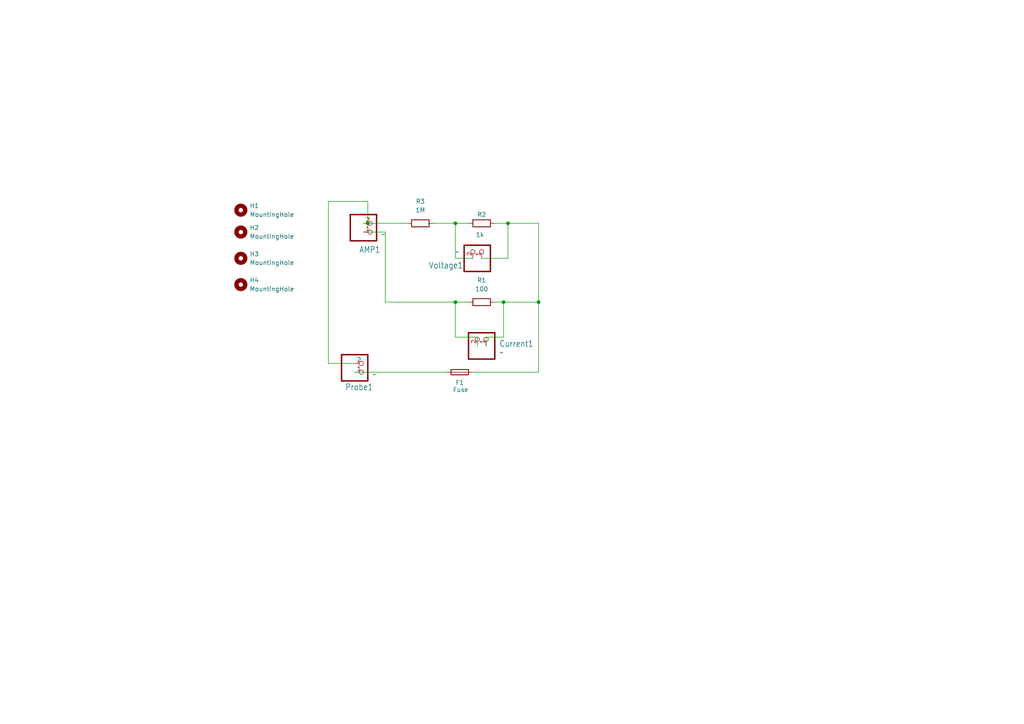
<source format=kicad_sch>
(kicad_sch (version 20231120) (generator "eeschema") (generator_version "8.0")
  (paper "A4")
  (lib_symbols
    (symbol "Device:Fuse" (pin_numbers hide) (pin_names (offset 0))
      (property "Reference" "F" (at 2.032 0 90))
      (property "Value" "Fuse" (at -1.905 0 90))
      (symbol "Fuse_0_1"
        (rectangle (start -0.762 -2.54) (end 0.762 2.54) (stroke (width 0.254)))
        (polyline (pts (xy 0 2.54) (xy 0 -2.54)))
      )
      (symbol "Fuse_1_1"
        (pin passive line (at 0 3.81 270) (length 1.27) (name "~") (number "1"))
        (pin passive line (at 0 -3.81 90) (length 1.27) (name "~") (number "2"))
      )
    )
    (symbol "Device:R" (pin_numbers hide) (pin_names (offset 0))
      (property "Reference" "R" (at 2.032 0 90))
      (property "Value" "R" (at 0 0 90))
      (symbol "R_0_1"
        (rectangle (start -1.016 -2.54) (end 1.016 2.54) (stroke (width 0.254)))
      )
      (symbol "R_1_1"
        (pin passive line (at 0 3.81 270) (length 1.27) (name "~") (number "1"))
        (pin passive line (at 0 -3.81 90) (length 1.27) (name "~") (number "2"))
      )
    )
    (symbol "Mechanical:MountingHole" (pin_names (offset 1.016)) (exclude_from_sim yes) (in_bom no)
      (property "Reference" "H" (at 0 5.08 0))
      (property "Value" "MountingHole" (at 0 3.175 0))
      (symbol "MountingHole_0_1"
        (circle (center 0 0) (radius 1.27) (stroke (width 1.27)))
      )
    )
    (symbol "adafruit:JST_2PIN-SMT"
      (property "Reference" "CN" (at -6.35 5.715 0))
      (symbol "JST_2PIN-SMT_1_0"
        (polyline (pts (xy -6.35 -2.54) (xy 1.27 -2.54)) (stroke (width 0.4064)))
        (polyline (pts (xy -6.35 5.08) (xy -6.35 -2.54)) (stroke (width 0.4064)))
        (polyline (pts (xy 1.27 -2.54) (xy 1.27 5.08)) (stroke (width 0.4064)))
        (polyline (pts (xy 1.27 5.08) (xy -6.35 5.08)) (stroke (width 0.4064)))
        (pin passive inverted (at -2.54 0 0) (length 2.54) (name "2") (number "1"))
        (pin passive inverted (at -2.54 2.54 0) (length 2.54) (name "1") (number "2"))
      )
    )
  )
  (junction (at 132.08 87.63))
  (junction (at 156.21 87.63))
  (junction (at 146.05 87.63))
  (junction (at 106.68 64.77))
  (junction (at 132.08 64.77))
  (junction (at 147.32 64.77))
  (wire (pts (xy 143.51 64.77) (xy 147.32 64.77)))
  (wire (pts (xy 102.87 107.95) (xy 129.54 107.95)))
  (wire (pts (xy 106.68 64.77) (xy 118.11 64.77)))
  (wire (pts (xy 95.25 105.41) (xy 102.87 105.41)))
  (wire (pts (xy 132.08 97.79) (xy 138.43 97.79)))
  (wire (pts (xy 146.05 97.79) (xy 140.97 97.79)))
  (wire (pts (xy 140.97 97.79) (xy 140.97 100.33)))
  (wire (pts (xy 139.7 74.93) (xy 147.32 74.93)))
  (wire (pts (xy 132.08 74.93) (xy 137.16 74.93)))
  (wire (pts (xy 111.76 87.63) (xy 132.08 87.63)))
  (wire (pts (xy 132.08 87.63) (xy 132.08 97.79)))
  (wire (pts (xy 105.41 67.31) (xy 111.76 67.31)))
  (wire (pts (xy 156.21 64.77) (xy 156.21 87.63)))
  (wire (pts (xy 146.05 87.63) (xy 156.21 87.63)))
  (wire (pts (xy 147.32 64.77) (xy 156.21 64.77)))
  (wire (pts (xy 132.08 64.77) (xy 135.89 64.77)))
  (wire (pts (xy 95.25 58.42) (xy 106.68 58.42)))
  (wire (pts (xy 146.05 87.63) (xy 143.51 87.63)))
  (wire (pts (xy 147.32 74.93) (xy 147.32 64.77)))
  (wire (pts (xy 132.08 87.63) (xy 135.89 87.63)))
  (wire (pts (xy 125.73 64.77) (xy 132.08 64.77)))
  (wire (pts (xy 106.68 58.42) (xy 106.68 64.77)))
  (wire (pts (xy 146.05 97.79) (xy 146.05 87.63)))
  (wire (pts (xy 105.41 64.77) (xy 106.68 64.77)))
  (wire (pts (xy 137.16 107.95) (xy 156.21 107.95)))
  (wire (pts (xy 95.25 58.42) (xy 95.25 105.41)))
  (wire (pts (xy 132.08 74.93) (xy 132.08 64.77)))
  (wire (pts (xy 111.76 67.31) (xy 111.76 87.63)))
  (wire (pts (xy 156.21 107.95) (xy 156.21 87.63)))
  (wire (pts (xy 138.43 97.79) (xy 138.43 100.33)))
  (symbol (lib_id "adafruit:JST_2PIN-SMT") (at 107.95 67.31 0) (unit 1)
    (property "Reference" "AMP1" (at 104.14 72.39 0) (effects (font (size 1.778 1.5113)) (justify left)))
    (property "Value" "~" (at 110.49 67.945 0) (effects (font (size 1.778 1.5113)) (justify left)))
    (property "Footprint" "Connector_JST:JST_XH_B2B-XH-A_1x02_P2.50mm_Vertical" (effects (hide yes)))
    (property "Description" "JST 2-Pin Connectors of various flavors\n\n• SMT-RA (S2B-PH-SM4) 4UConnector #17311\n• SMT  (B2B-PH-SM4)\n• THM-RA (S2B-PH)\n• THM  (B2B-PH)" (effects (hide yes)))
  )
  (symbol (lib_id "adafruit:JST_2PIN-SMT") (at 105.41 107.95 0) (unit 1)
    (property "Reference" "Probe1" (at 100.076 112.268 0) (effects (font (size 1.778 1.5113)) (justify left)))
    (property "Value" "~" (at 107.95 108.585 0) (effects (font (size 1.778 1.5113)) (justify left)))
    (property "Footprint" "Connector_JST:JST_XH_B2B-XH-A_1x02_P2.50mm_Vertical" (effects (hide yes)))
    (property "Description" "JST 2-Pin Connectors of various flavors\n\n• SMT-RA (S2B-PH-SM4) 4UConnector #17311\n• SMT  (B2B-PH-SM4)\n• THM-RA (S2B-PH)\n• THM  (B2B-PH)" (effects (hide yes)))
  )
  (symbol (lib_id "Device:Fuse") (at 133.35 107.95 90) (unit 1)
    (property "Reference" "F1" (at 133.35 110.998 90))
    (property "Value" "Fuse" (at 133.604 113.03 90))
    (property "Footprint" "ak:BLX-A Fuse Holder" (effects (hide yes)))
    (property "Description" "Fuse" (effects (hide yes)))
  )
  (symbol (lib_id "Device:R") (at 121.92 64.77 270) (unit 1)
    (property "Reference" "R3" (at 121.92 58.42 90))
    (property "Value" "1M" (at 121.92 60.96 90))
    (property "Footprint" "Resistor_SMD:R_1206_3216Metric" (effects (hide yes)))
    (property "Description" "Resistor" (effects (hide yes)))
  )
  (symbol (lib_id "adafruit:JST_2PIN-SMT") (at 139.7 72.39 90) (unit 1)
    (property "Reference" "Voltage1" (at 134.366 76.962 90) (effects (font (size 1.778 1.5113)) (justify left)))
    (property "Value" "~" (at 133.35 73.025 90) (effects (font (size 1.778 1.5113)) (justify left)))
    (property "Footprint" "Connector_JST:JST_XH_B2B-XH-A_1x02_P2.50mm_Vertical" (effects (hide yes)))
    (property "Description" "JST 2-Pin Connectors of various flavors\n\n• SMT-RA (S2B-PH-SM4) 4UConnector #17311\n• SMT  (B2B-PH-SM4)\n• THM-RA (S2B-PH)\n• THM  (B2B-PH)" (effects (hide yes)))
  )
  (symbol (lib_id "Mechanical:MountingHole") (at 69.85 67.31 0) (unit 1) (exclude_from_sim yes) (in_bom no)
    (property "Reference" "H2" (at 72.39 66.0399 0) (effects (justify left)))
    (property "Value" "MountingHole" (at 72.39 68.5799 0) (effects (justify left)))
    (property "Footprint" "MountingHole:MountingHole_3.2mm_M3" (effects (hide yes)))
    (property "Description" "Mounting Hole without connection" (effects (hide yes)))
  )
  (symbol (lib_id "Device:R") (at 139.7 64.77 90) (unit 1)
    (property "Reference" "R2" (at 139.7 62.23 90))
    (property "Value" "1k" (at 139.192 68.072 90))
    (property "Footprint" "Resistor_SMD:R_0603_1608Metric" (effects (hide yes)))
    (property "Description" "Resistor" (effects (hide yes)))
  )
  (symbol (lib_id "Mechanical:MountingHole") (at 69.85 60.96 0) (unit 1) (exclude_from_sim yes) (in_bom no)
    (property "Reference" "H1" (at 72.39 59.6899 0) (effects (justify left)))
    (property "Value" "MountingHole" (at 72.39 62.2299 0) (effects (justify left)))
    (property "Footprint" "MountingHole:MountingHole_3.2mm_M3" (effects (hide yes)))
    (property "Description" "Mounting Hole without connection" (effects (hide yes)))
  )
  (symbol (lib_id "Mechanical:MountingHole") (at 69.85 74.93 0) (unit 1) (exclude_from_sim yes) (in_bom no)
    (property "Reference" "H3" (at 72.39 73.6599 0) (effects (justify left)))
    (property "Value" "MountingHole" (at 72.39 76.1999 0) (effects (justify left)))
    (property "Footprint" "MountingHole:MountingHole_3.2mm_M3" (effects (hide yes)))
    (property "Description" "Mounting Hole without connection" (effects (hide yes)))
  )
  (symbol (lib_id "Mechanical:MountingHole") (at 69.85 82.55 0) (unit 1) (exclude_from_sim yes) (in_bom no)
    (property "Reference" "H4" (at 72.39 81.2799 0) (effects (justify left)))
    (property "Value" "MountingHole" (at 72.39 83.8199 0) (effects (justify left)))
    (property "Footprint" "MountingHole:MountingHole_3.2mm_M3" (effects (hide yes)))
    (property "Description" "Mounting Hole without connection" (effects (hide yes)))
  )
  (symbol (lib_id "adafruit:JST_2PIN-SMT") (at 140.97 97.79 90) (unit 1)
    (property "Reference" "Current1" (at 144.78 99.695 90) (effects (font (size 1.778 1.5113)) (justify right)))
    (property "Value" "~" (at 144.78 102.235 90) (effects (font (size 1.778 1.5113)) (justify right)))
    (property "Footprint" "Connector_JST:JST_XH_B2B-XH-A_1x02_P2.50mm_Vertical" (effects (hide yes)))
    (property "Description" "JST 2-Pin Connectors of various flavors\n\n• SMT-RA (S2B-PH-SM4) 4UConnector #17311\n• SMT  (B2B-PH-SM4)\n• THM-RA (S2B-PH)\n• THM  (B2B-PH)" (effects (hide yes)))
  )
  (symbol (lib_id "Device:R") (at 139.7 87.63 90) (unit 1)
    (property "Reference" "R1" (at 139.7 81.28 90))
    (property "Value" "100" (at 139.7 83.82 90))
    (property "Footprint" "Resistor_THT:R_Axial_DIN0617_L17.0mm_D6.0mm_P20.32mm_Horizontal" (effects (hide yes)))
    (property "Description" "Resistor" (effects (hide yes)))
  )
)
</source>
